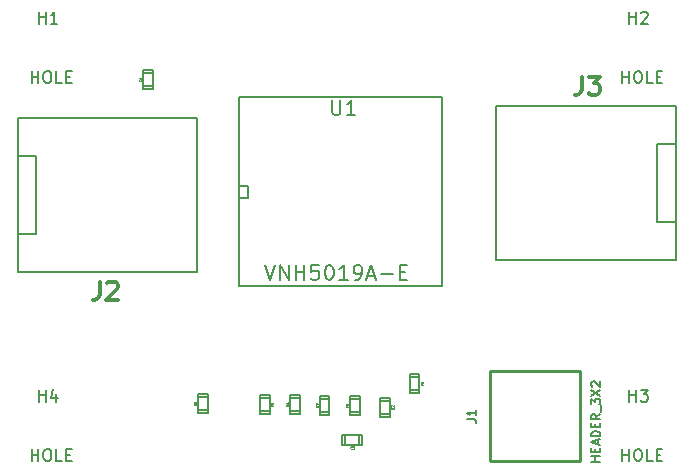
<source format=gto>
G04 (created by PCBNEW (2013-08-24 BZR 4298)-stable) date Wed 19 Mar 2014 03:55:45 AM PDT*
%MOIN*%
G04 Gerber Fmt 3.4, Leading zero omitted, Abs format*
%FSLAX34Y34*%
G01*
G70*
G90*
G04 APERTURE LIST*
%ADD10C,0.005906*%
%ADD11C,0.005000*%
%ADD12C,0.007900*%
%ADD13C,0.010000*%
%ADD14C,0.008000*%
%ADD15C,0.001600*%
%ADD16C,0.012000*%
%ADD17C,0.007500*%
G04 APERTURE END LIST*
G54D10*
G54D11*
X57400Y-48339D02*
X57080Y-48339D01*
X57090Y-48779D02*
X57400Y-48779D01*
X57080Y-48879D02*
X57080Y-48239D01*
X57080Y-48239D02*
X57400Y-48239D01*
X57400Y-48239D02*
X57400Y-48879D01*
X57400Y-48879D02*
X57080Y-48879D01*
X58404Y-48350D02*
X58084Y-48350D01*
X58094Y-48790D02*
X58404Y-48790D01*
X58084Y-48890D02*
X58084Y-48250D01*
X58084Y-48250D02*
X58404Y-48250D01*
X58404Y-48250D02*
X58404Y-48890D01*
X58404Y-48890D02*
X58084Y-48890D01*
X60076Y-48054D02*
X60396Y-48054D01*
X60386Y-47614D02*
X60076Y-47614D01*
X60396Y-47514D02*
X60396Y-48154D01*
X60396Y-48154D02*
X60076Y-48154D01*
X60076Y-48154D02*
X60076Y-47514D01*
X60076Y-47514D02*
X60396Y-47514D01*
X56415Y-48307D02*
X56095Y-48307D01*
X56105Y-48747D02*
X56415Y-48747D01*
X56095Y-48847D02*
X56095Y-48207D01*
X56095Y-48207D02*
X56415Y-48207D01*
X56415Y-48207D02*
X56415Y-48847D01*
X56415Y-48847D02*
X56095Y-48847D01*
X53345Y-48283D02*
X53025Y-48283D01*
X53035Y-48723D02*
X53345Y-48723D01*
X53025Y-48823D02*
X53025Y-48183D01*
X53025Y-48183D02*
X53345Y-48183D01*
X53345Y-48183D02*
X53345Y-48823D01*
X53345Y-48823D02*
X53025Y-48823D01*
X59091Y-48842D02*
X59411Y-48842D01*
X59401Y-48402D02*
X59091Y-48402D01*
X59411Y-48302D02*
X59411Y-48942D01*
X59411Y-48942D02*
X59091Y-48942D01*
X59091Y-48942D02*
X59091Y-48302D01*
X59091Y-48302D02*
X59411Y-48302D01*
X55084Y-48759D02*
X55404Y-48759D01*
X55394Y-48319D02*
X55084Y-48319D01*
X55404Y-48219D02*
X55404Y-48859D01*
X55404Y-48859D02*
X55084Y-48859D01*
X55084Y-48859D02*
X55084Y-48219D01*
X55084Y-48219D02*
X55404Y-48219D01*
X57929Y-49564D02*
X57929Y-49884D01*
X58369Y-49874D02*
X58369Y-49564D01*
X58469Y-49884D02*
X57829Y-49884D01*
X57829Y-49884D02*
X57829Y-49564D01*
X57829Y-49564D02*
X58469Y-49564D01*
X58469Y-49564D02*
X58469Y-49884D01*
X51506Y-37476D02*
X51186Y-37476D01*
X51196Y-37916D02*
X51506Y-37916D01*
X51186Y-38016D02*
X51186Y-37376D01*
X51186Y-37376D02*
X51506Y-37376D01*
X51506Y-37376D02*
X51506Y-38016D01*
X51506Y-38016D02*
X51186Y-38016D01*
X68937Y-39842D02*
X68326Y-39842D01*
X68326Y-39842D02*
X68326Y-42440D01*
X68326Y-42440D02*
X68927Y-42440D01*
G54D12*
X62952Y-38581D02*
X68936Y-38581D01*
X68936Y-38581D02*
X68936Y-43701D01*
X68936Y-43701D02*
X62952Y-43701D01*
X62952Y-43701D02*
X62952Y-38581D01*
G54D13*
X65759Y-50401D02*
X65759Y-47401D01*
X65759Y-50401D02*
X62759Y-50401D01*
X62759Y-50401D02*
X62759Y-47401D01*
X62759Y-47401D02*
X65759Y-47401D01*
G54D11*
X47007Y-42850D02*
X47618Y-42850D01*
X47618Y-42850D02*
X47618Y-40251D01*
X47618Y-40251D02*
X47017Y-40251D01*
G54D12*
X52992Y-44111D02*
X47008Y-44111D01*
X47008Y-44111D02*
X47008Y-38991D01*
X47008Y-38991D02*
X52992Y-38991D01*
X52992Y-38991D02*
X52992Y-44111D01*
G54D14*
X54385Y-44574D02*
X54385Y-38275D01*
X61157Y-38275D02*
X61157Y-44574D01*
X54385Y-38275D02*
X61157Y-38275D01*
X61157Y-44574D02*
X54385Y-44574D01*
X54401Y-41235D02*
X54701Y-41235D01*
X54701Y-41235D02*
X54701Y-41635D01*
X54701Y-41635D02*
X54401Y-41635D01*
G54D10*
X47711Y-48435D02*
X47711Y-48042D01*
X47711Y-48229D02*
X47936Y-48229D01*
X47936Y-48435D02*
X47936Y-48042D01*
X48293Y-48173D02*
X48293Y-48435D01*
X48199Y-48023D02*
X48105Y-48304D01*
X48349Y-48304D01*
X47473Y-50414D02*
X47473Y-50020D01*
X47473Y-50208D02*
X47698Y-50208D01*
X47698Y-50414D02*
X47698Y-50020D01*
X47961Y-50020D02*
X48036Y-50020D01*
X48073Y-50039D01*
X48111Y-50076D01*
X48129Y-50151D01*
X48129Y-50283D01*
X48111Y-50358D01*
X48073Y-50395D01*
X48036Y-50414D01*
X47961Y-50414D01*
X47923Y-50395D01*
X47886Y-50358D01*
X47867Y-50283D01*
X47867Y-50151D01*
X47886Y-50076D01*
X47923Y-50039D01*
X47961Y-50020D01*
X48486Y-50414D02*
X48298Y-50414D01*
X48298Y-50020D01*
X48617Y-50208D02*
X48748Y-50208D01*
X48804Y-50414D02*
X48617Y-50414D01*
X48617Y-50020D01*
X48804Y-50020D01*
X67396Y-48435D02*
X67396Y-48042D01*
X67396Y-48229D02*
X67621Y-48229D01*
X67621Y-48435D02*
X67621Y-48042D01*
X67771Y-48042D02*
X68015Y-48042D01*
X67884Y-48192D01*
X67940Y-48192D01*
X67978Y-48211D01*
X67996Y-48229D01*
X68015Y-48267D01*
X68015Y-48360D01*
X67996Y-48398D01*
X67978Y-48417D01*
X67940Y-48435D01*
X67828Y-48435D01*
X67790Y-48417D01*
X67771Y-48398D01*
X67158Y-50414D02*
X67158Y-50020D01*
X67158Y-50208D02*
X67383Y-50208D01*
X67383Y-50414D02*
X67383Y-50020D01*
X67646Y-50020D02*
X67721Y-50020D01*
X67758Y-50039D01*
X67796Y-50076D01*
X67814Y-50151D01*
X67814Y-50283D01*
X67796Y-50358D01*
X67758Y-50395D01*
X67721Y-50414D01*
X67646Y-50414D01*
X67608Y-50395D01*
X67571Y-50358D01*
X67552Y-50283D01*
X67552Y-50151D01*
X67571Y-50076D01*
X67608Y-50039D01*
X67646Y-50020D01*
X68171Y-50414D02*
X67983Y-50414D01*
X67983Y-50020D01*
X68302Y-50208D02*
X68433Y-50208D01*
X68489Y-50414D02*
X68302Y-50414D01*
X68302Y-50020D01*
X68489Y-50020D01*
X67396Y-35837D02*
X67396Y-35443D01*
X67396Y-35631D02*
X67621Y-35631D01*
X67621Y-35837D02*
X67621Y-35443D01*
X67790Y-35481D02*
X67809Y-35462D01*
X67846Y-35443D01*
X67940Y-35443D01*
X67978Y-35462D01*
X67996Y-35481D01*
X68015Y-35518D01*
X68015Y-35556D01*
X67996Y-35612D01*
X67771Y-35837D01*
X68015Y-35837D01*
X67158Y-37815D02*
X67158Y-37422D01*
X67158Y-37609D02*
X67383Y-37609D01*
X67383Y-37815D02*
X67383Y-37422D01*
X67646Y-37422D02*
X67721Y-37422D01*
X67758Y-37440D01*
X67796Y-37478D01*
X67814Y-37553D01*
X67814Y-37684D01*
X67796Y-37759D01*
X67758Y-37797D01*
X67721Y-37815D01*
X67646Y-37815D01*
X67608Y-37797D01*
X67571Y-37759D01*
X67552Y-37684D01*
X67552Y-37553D01*
X67571Y-37478D01*
X67608Y-37440D01*
X67646Y-37422D01*
X68171Y-37815D02*
X67983Y-37815D01*
X67983Y-37422D01*
X68302Y-37609D02*
X68433Y-37609D01*
X68489Y-37815D02*
X68302Y-37815D01*
X68302Y-37422D01*
X68489Y-37422D01*
X47711Y-35837D02*
X47711Y-35443D01*
X47711Y-35631D02*
X47936Y-35631D01*
X47936Y-35837D02*
X47936Y-35443D01*
X48330Y-35837D02*
X48105Y-35837D01*
X48218Y-35837D02*
X48218Y-35443D01*
X48180Y-35500D01*
X48143Y-35537D01*
X48105Y-35556D01*
X47473Y-37815D02*
X47473Y-37422D01*
X47473Y-37609D02*
X47698Y-37609D01*
X47698Y-37815D02*
X47698Y-37422D01*
X47961Y-37422D02*
X48036Y-37422D01*
X48073Y-37440D01*
X48111Y-37478D01*
X48129Y-37553D01*
X48129Y-37684D01*
X48111Y-37759D01*
X48073Y-37797D01*
X48036Y-37815D01*
X47961Y-37815D01*
X47923Y-37797D01*
X47886Y-37759D01*
X47867Y-37684D01*
X47867Y-37553D01*
X47886Y-37478D01*
X47923Y-37440D01*
X47961Y-37422D01*
X48486Y-37815D02*
X48298Y-37815D01*
X48298Y-37422D01*
X48617Y-37609D02*
X48748Y-37609D01*
X48804Y-37815D02*
X48617Y-37815D01*
X48617Y-37422D01*
X48804Y-37422D01*
G54D15*
X57025Y-48572D02*
X56988Y-48598D01*
X57025Y-48617D02*
X56946Y-48617D01*
X56946Y-48587D01*
X56950Y-48579D01*
X56954Y-48575D01*
X56961Y-48572D01*
X56973Y-48572D01*
X56980Y-48575D01*
X56984Y-48579D01*
X56988Y-48587D01*
X56988Y-48617D01*
X56946Y-48545D02*
X56946Y-48493D01*
X57025Y-48527D01*
X58029Y-48584D02*
X57992Y-48610D01*
X58029Y-48629D02*
X57950Y-48629D01*
X57950Y-48599D01*
X57954Y-48591D01*
X57958Y-48587D01*
X57965Y-48584D01*
X57977Y-48584D01*
X57984Y-48587D01*
X57988Y-48591D01*
X57992Y-48599D01*
X57992Y-48629D01*
X57950Y-48516D02*
X57950Y-48531D01*
X57954Y-48538D01*
X57958Y-48542D01*
X57969Y-48550D01*
X57984Y-48553D01*
X58014Y-48553D01*
X58022Y-48550D01*
X58026Y-48546D01*
X58029Y-48538D01*
X58029Y-48523D01*
X58026Y-48516D01*
X58022Y-48512D01*
X58014Y-48508D01*
X57995Y-48508D01*
X57988Y-48512D01*
X57984Y-48516D01*
X57980Y-48523D01*
X57980Y-48538D01*
X57984Y-48546D01*
X57988Y-48550D01*
X57995Y-48553D01*
X60521Y-47847D02*
X60484Y-47874D01*
X60521Y-47892D02*
X60442Y-47892D01*
X60442Y-47862D01*
X60446Y-47855D01*
X60450Y-47851D01*
X60458Y-47847D01*
X60469Y-47847D01*
X60476Y-47851D01*
X60480Y-47855D01*
X60484Y-47862D01*
X60484Y-47892D01*
X60442Y-47776D02*
X60442Y-47813D01*
X60480Y-47817D01*
X60476Y-47813D01*
X60473Y-47806D01*
X60473Y-47787D01*
X60476Y-47780D01*
X60480Y-47776D01*
X60488Y-47772D01*
X60506Y-47772D01*
X60514Y-47776D01*
X60518Y-47780D01*
X60521Y-47787D01*
X60521Y-47806D01*
X60518Y-47813D01*
X60514Y-47817D01*
X56041Y-48540D02*
X56004Y-48567D01*
X56041Y-48585D02*
X55962Y-48585D01*
X55962Y-48555D01*
X55966Y-48548D01*
X55970Y-48544D01*
X55977Y-48540D01*
X55988Y-48540D01*
X55996Y-48544D01*
X56000Y-48548D01*
X56004Y-48555D01*
X56004Y-48585D01*
X55988Y-48473D02*
X56041Y-48473D01*
X55958Y-48491D02*
X56015Y-48510D01*
X56015Y-48461D01*
X52970Y-48517D02*
X52933Y-48543D01*
X52970Y-48562D02*
X52891Y-48562D01*
X52891Y-48532D01*
X52895Y-48524D01*
X52899Y-48520D01*
X52906Y-48517D01*
X52918Y-48517D01*
X52925Y-48520D01*
X52929Y-48524D01*
X52933Y-48532D01*
X52933Y-48562D01*
X52891Y-48490D02*
X52891Y-48441D01*
X52921Y-48468D01*
X52921Y-48456D01*
X52925Y-48449D01*
X52929Y-48445D01*
X52936Y-48441D01*
X52955Y-48441D01*
X52963Y-48445D01*
X52967Y-48449D01*
X52970Y-48456D01*
X52970Y-48479D01*
X52967Y-48487D01*
X52963Y-48490D01*
X59537Y-48635D02*
X59500Y-48661D01*
X59537Y-48680D02*
X59458Y-48680D01*
X59458Y-48650D01*
X59462Y-48642D01*
X59466Y-48638D01*
X59473Y-48635D01*
X59485Y-48635D01*
X59492Y-48638D01*
X59496Y-48642D01*
X59500Y-48650D01*
X59500Y-48680D01*
X59466Y-48605D02*
X59462Y-48601D01*
X59458Y-48593D01*
X59458Y-48575D01*
X59462Y-48567D01*
X59466Y-48563D01*
X59473Y-48559D01*
X59481Y-48559D01*
X59492Y-48563D01*
X59537Y-48608D01*
X59537Y-48559D01*
X55529Y-48552D02*
X55492Y-48578D01*
X55529Y-48597D02*
X55450Y-48597D01*
X55450Y-48567D01*
X55454Y-48560D01*
X55458Y-48556D01*
X55465Y-48552D01*
X55477Y-48552D01*
X55484Y-48556D01*
X55488Y-48560D01*
X55492Y-48567D01*
X55492Y-48597D01*
X55529Y-48477D02*
X55529Y-48522D01*
X55529Y-48499D02*
X55450Y-48499D01*
X55462Y-48507D01*
X55469Y-48514D01*
X55473Y-48522D01*
X58136Y-50002D02*
X58132Y-50006D01*
X58121Y-50010D01*
X58113Y-50010D01*
X58102Y-50006D01*
X58095Y-49998D01*
X58091Y-49991D01*
X58087Y-49976D01*
X58087Y-49965D01*
X58091Y-49949D01*
X58095Y-49942D01*
X58102Y-49934D01*
X58113Y-49931D01*
X58121Y-49931D01*
X58132Y-49934D01*
X58136Y-49938D01*
X58162Y-49931D02*
X58211Y-49931D01*
X58185Y-49961D01*
X58196Y-49961D01*
X58204Y-49965D01*
X58207Y-49968D01*
X58211Y-49976D01*
X58211Y-49995D01*
X58207Y-50002D01*
X58204Y-50006D01*
X58196Y-50010D01*
X58174Y-50010D01*
X58166Y-50006D01*
X58162Y-50002D01*
X51124Y-37710D02*
X51128Y-37713D01*
X51132Y-37725D01*
X51132Y-37732D01*
X51128Y-37743D01*
X51120Y-37751D01*
X51113Y-37755D01*
X51098Y-37758D01*
X51087Y-37758D01*
X51072Y-37755D01*
X51064Y-37751D01*
X51056Y-37743D01*
X51053Y-37732D01*
X51053Y-37725D01*
X51056Y-37713D01*
X51060Y-37710D01*
X51132Y-37634D02*
X51132Y-37679D01*
X51132Y-37657D02*
X51053Y-37657D01*
X51064Y-37664D01*
X51072Y-37672D01*
X51075Y-37679D01*
G54D16*
X65806Y-37601D02*
X65806Y-38029D01*
X65778Y-38115D01*
X65721Y-38172D01*
X65635Y-38201D01*
X65578Y-38201D01*
X66035Y-37601D02*
X66406Y-37601D01*
X66206Y-37829D01*
X66292Y-37829D01*
X66349Y-37858D01*
X66378Y-37886D01*
X66406Y-37944D01*
X66406Y-38086D01*
X66378Y-38144D01*
X66349Y-38172D01*
X66292Y-38201D01*
X66121Y-38201D01*
X66064Y-38172D01*
X66035Y-38144D01*
G54D17*
X61989Y-49021D02*
X62203Y-49021D01*
X62246Y-49035D01*
X62274Y-49064D01*
X62289Y-49106D01*
X62289Y-49135D01*
X62289Y-48721D02*
X62289Y-48892D01*
X62289Y-48806D02*
X61989Y-48806D01*
X62032Y-48835D01*
X62060Y-48864D01*
X62074Y-48892D01*
X66423Y-50436D02*
X66123Y-50436D01*
X66265Y-50436D02*
X66265Y-50265D01*
X66423Y-50265D02*
X66123Y-50265D01*
X66265Y-50122D02*
X66265Y-50022D01*
X66423Y-49979D02*
X66423Y-50122D01*
X66123Y-50122D01*
X66123Y-49979D01*
X66337Y-49865D02*
X66337Y-49722D01*
X66423Y-49893D02*
X66123Y-49793D01*
X66423Y-49693D01*
X66423Y-49593D02*
X66123Y-49593D01*
X66123Y-49522D01*
X66137Y-49479D01*
X66165Y-49451D01*
X66194Y-49436D01*
X66251Y-49422D01*
X66294Y-49422D01*
X66351Y-49436D01*
X66380Y-49451D01*
X66408Y-49479D01*
X66423Y-49522D01*
X66423Y-49593D01*
X66265Y-49293D02*
X66265Y-49193D01*
X66423Y-49151D02*
X66423Y-49293D01*
X66123Y-49293D01*
X66123Y-49151D01*
X66423Y-48851D02*
X66280Y-48951D01*
X66423Y-49022D02*
X66123Y-49022D01*
X66123Y-48908D01*
X66137Y-48879D01*
X66151Y-48865D01*
X66180Y-48851D01*
X66223Y-48851D01*
X66251Y-48865D01*
X66265Y-48879D01*
X66280Y-48908D01*
X66280Y-49022D01*
X66451Y-48793D02*
X66451Y-48565D01*
X66123Y-48522D02*
X66123Y-48336D01*
X66237Y-48436D01*
X66237Y-48393D01*
X66251Y-48365D01*
X66265Y-48351D01*
X66294Y-48336D01*
X66365Y-48336D01*
X66394Y-48351D01*
X66408Y-48365D01*
X66423Y-48393D01*
X66423Y-48479D01*
X66408Y-48508D01*
X66394Y-48522D01*
X66123Y-48236D02*
X66423Y-48036D01*
X66123Y-48036D02*
X66423Y-48236D01*
X66151Y-47936D02*
X66137Y-47922D01*
X66123Y-47893D01*
X66123Y-47822D01*
X66137Y-47793D01*
X66151Y-47779D01*
X66180Y-47765D01*
X66208Y-47765D01*
X66251Y-47779D01*
X66423Y-47951D01*
X66423Y-47765D01*
G54D16*
X49738Y-44434D02*
X49738Y-44863D01*
X49709Y-44948D01*
X49652Y-45006D01*
X49566Y-45034D01*
X49509Y-45034D01*
X49995Y-44491D02*
X50023Y-44463D01*
X50080Y-44434D01*
X50223Y-44434D01*
X50280Y-44463D01*
X50309Y-44491D01*
X50338Y-44548D01*
X50338Y-44606D01*
X50309Y-44691D01*
X49966Y-45034D01*
X50338Y-45034D01*
G54D11*
X57479Y-38385D02*
X57479Y-38790D01*
X57503Y-38838D01*
X57526Y-38861D01*
X57574Y-38885D01*
X57669Y-38885D01*
X57717Y-38861D01*
X57741Y-38838D01*
X57764Y-38790D01*
X57764Y-38385D01*
X58264Y-38885D02*
X57979Y-38885D01*
X58122Y-38885D02*
X58122Y-38385D01*
X58074Y-38457D01*
X58026Y-38504D01*
X57979Y-38528D01*
X55250Y-43877D02*
X55417Y-44377D01*
X55584Y-43877D01*
X55750Y-44377D02*
X55750Y-43877D01*
X56036Y-44377D01*
X56036Y-43877D01*
X56274Y-44377D02*
X56274Y-43877D01*
X56274Y-44115D02*
X56560Y-44115D01*
X56560Y-44377D02*
X56560Y-43877D01*
X57036Y-43877D02*
X56798Y-43877D01*
X56774Y-44115D01*
X56798Y-44092D01*
X56846Y-44068D01*
X56965Y-44068D01*
X57012Y-44092D01*
X57036Y-44115D01*
X57060Y-44163D01*
X57060Y-44282D01*
X57036Y-44330D01*
X57012Y-44353D01*
X56965Y-44377D01*
X56846Y-44377D01*
X56798Y-44353D01*
X56774Y-44330D01*
X57369Y-43877D02*
X57417Y-43877D01*
X57465Y-43901D01*
X57488Y-43925D01*
X57512Y-43973D01*
X57536Y-44068D01*
X57536Y-44187D01*
X57512Y-44282D01*
X57488Y-44330D01*
X57465Y-44353D01*
X57417Y-44377D01*
X57369Y-44377D01*
X57322Y-44353D01*
X57298Y-44330D01*
X57274Y-44282D01*
X57250Y-44187D01*
X57250Y-44068D01*
X57274Y-43973D01*
X57298Y-43925D01*
X57322Y-43901D01*
X57369Y-43877D01*
X58012Y-44377D02*
X57727Y-44377D01*
X57869Y-44377D02*
X57869Y-43877D01*
X57822Y-43949D01*
X57774Y-43996D01*
X57727Y-44020D01*
X58250Y-44377D02*
X58346Y-44377D01*
X58393Y-44353D01*
X58417Y-44330D01*
X58465Y-44258D01*
X58488Y-44163D01*
X58488Y-43973D01*
X58465Y-43925D01*
X58441Y-43901D01*
X58393Y-43877D01*
X58298Y-43877D01*
X58250Y-43901D01*
X58227Y-43925D01*
X58203Y-43973D01*
X58203Y-44092D01*
X58227Y-44139D01*
X58250Y-44163D01*
X58298Y-44187D01*
X58393Y-44187D01*
X58441Y-44163D01*
X58465Y-44139D01*
X58488Y-44092D01*
X58679Y-44234D02*
X58917Y-44234D01*
X58631Y-44377D02*
X58798Y-43877D01*
X58965Y-44377D01*
X59131Y-44187D02*
X59512Y-44187D01*
X59750Y-44115D02*
X59917Y-44115D01*
X59988Y-44377D02*
X59750Y-44377D01*
X59750Y-43877D01*
X59988Y-43877D01*
M02*

</source>
